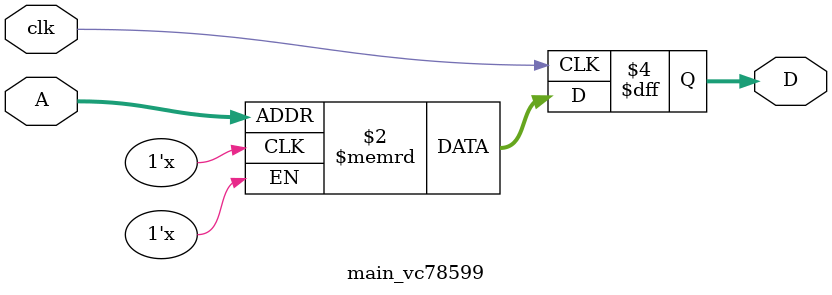
<source format=v>

`default_nettype none

module main #(
 parameter v03c634 = 9,
 parameter v3d07ba = 0,
 parameter v1bb386 = 0,
 parameter v2d3cb8 = 1,
 parameter v7cb1a2 = 5,
 parameter v4381cb = 100,
 parameter v2a0a3f = 15,
 parameter v174b86 = 4095,
 parameter vd3aaba = -4095,
 parameter v6f325e = "v6f325e.list"
) (
 input v368dc3,
 input ve71a3c,
 input va20dc5,
 input v629abd,
 input va83638,
 input v764ae6,
 input vclk,
 output v4b62fd,
 output v0c4498,
 output v74ab9d,
 output vb7ae1c,
 output vb96364,
 output ve6e8ca,
 output vd93e69,
 output v69e493,
 output v4cfd20,
 output vb469f3
);
 localparam p0 = v7cb1a2;
 localparam p2 = v4381cb;
 localparam p5 = v3d07ba;
 localparam p6 = v03c634;
 localparam p7 = v1bb386;
 localparam p8 = v2a0a3f;
 localparam p16 = v174b86;
 localparam p19 = vd3aaba;
 localparam p21 = v6f325e;
 localparam p32 = v2d3cb8;
 wire w1;
 wire w3;
 wire w4;
 wire [0:15] w9;
 wire [0:15] w10;
 wire [0:15] w11;
 wire w12;
 wire w13;
 wire [0:15] w14;
 wire w15;
 wire [0:15] w17;
 wire [0:15] w18;
 wire [0:15] w20;
 wire [0:3] w22;
 wire w23;
 wire w24;
 wire w25;
 wire w26;
 wire w27;
 wire w28;
 wire w29;
 wire w30;
 wire w31;
 wire w33;
 wire w34;
 wire w35;
 wire [0:15] w36;
 wire w37;
 wire w38;
 wire w39;
 wire w40;
 wire w41;
 wire [0:7] w42;
 wire w43;
 assign v0c4498 = w13;
 assign v74ab9d = w23;
 assign vb7ae1c = w24;
 assign vb96364 = w25;
 assign ve6e8ca = w26;
 assign vd93e69 = w27;
 assign v69e493 = w28;
 assign v4cfd20 = w29;
 assign v4b62fd = w31;
 assign w34 = v368dc3;
 assign vb469f3 = w35;
 assign w37 = ve71a3c;
 assign w38 = va20dc5;
 assign w39 = v629abd;
 assign w40 = va83638;
 assign w41 = v764ae6;
 assign w43 = vclk;
 assign w14 = w9;
 assign w15 = w13;
 assign w30 = w1;
 assign w31 = w12;
 assign w33 = w4;
 main_v6e4b35 #(
  .N(p0)
 ) v6e4b35 (
  .clk_out(w3),
  .clk_in(w4)
 );
 main_vdb0040 #(
  .N(p2)
 ) vdb0040 (
  .clk_out(w1),
  .clk_in(w3)
 );
 ve2b7eb #(
  .vecb3d5(p5),
  .ve58c06(p6),
  .v204bed(p7)
 ) ve3c290 (
  .v3ead5b(w4),
  .v328508(w43)
 );
 v2dfa72 v3b78d3 (
  .vdb3006(w9),
  .v2ba137(w10),
  .v356dbf(w36)
 );
 v625333 #(
  .vaf1d6e(p8)
 ) vcc6fa1 (
  .vb6a5b5(w9),
  .v7ff276(w12)
 );
 v2dfa72 v698310 (
  .vdb3006(w11),
  .v2ba137(w14),
  .v356dbf(w18)
 );
 v6bd4c0 ve5834d (
  .v3f90b8(w10),
  .vc320da(w11),
  .v6dda25(w33)
 );
 v96f098 vac33ad (
  .v0e28cb(w12),
  .vcbab45(w13)
 );
 v1f5ce5 v7981d5 (
  .v2d3366(w15),
  .v17f43d(w17),
  .ve0f053(w18),
  .v0792df(w20)
 );
 v34688e #(
  .vc5c8ea(p16)
 ) v601465 (
  .v366f99(w17)
 );
 v34688e #(
  .vc5c8ea(p19)
 ) vd450d3 (
  .v366f99(w20)
 );
 main_vb22799 vb22799 (
  .clk_in(w1),
  .out(w22)
 );
 main_vc78599 #(
  .ROMFILE(p21)
 ) vc78599 (
  .A(w22),
  .clk(w30)
 );
 vbc6704 vce5153 (
  .vc85478(w23),
  .v7ada3f(w24),
  .v2c9812(w25),
  .ve0c1b4(w26),
  .v7c37b3(w27),
  .v8f149e(w28),
  .vb85197(w29),
  .v45ab8c(w35),
  .v595263(w42)
 );
 v5ad97e #(
  .vc5c8ea(p32)
 ) v5fd738 (
 
 );
 v8e5461 v60d7e1 (
  .v261cbf(w34),
  .v90f223(w36),
  .vff4755(w37),
  .v563b03(w38)
 );
 v8dd0ad v590a69 (
  .vd2b237(w39),
  .vcb13fe(w40),
  .v7c48af(w41),
  .ve13d67(w42)
 );
endmodule

//---- Top entity
module ve2b7eb #(
 parameter ve58c06 = 0,
 parameter vecb3d5 = 79,
 parameter v204bed = 4,
 parameter vd29ea2 = 1,
 parameter v16d365 = "SIMPLE"
) (
 input v328508,
 output vdbfa46,
 output v3ead5b,
 output v333bf4
);
 localparam p0 = ve58c06;
 localparam p1 = vecb3d5;
 localparam p2 = v204bed;
 localparam p3 = vd29ea2;
 localparam p4 = v16d365;
 wire w5;
 wire w6;
 wire w7;
 wire w8;
 wire w9;
 wire w10;
 assign vdbfa46 = w7;
 assign v3ead5b = w8;
 assign v333bf4 = w9;
 assign w10 = v328508;
 vc83dcd va0dc84 (
  .v608bd9(w5)
 );
 vc4dd08 vda5929 (
  .v608bd9(w6)
 );
 ve2b7eb_vd4bd9d #(
  .DIVR(p0),
  .DIVF(p1),
  .DIVQ(p2),
  .FILTER_RANGE(p3),
  .FEEDBACK_PATH(p4)
 ) vd4bd9d (
  .RESETB(w5),
  .BYPASS(w6),
  .PLLOUTGLOBAL(w7),
  .PLLOUTCORE(w8),
  .LOCK(w9),
  .PACKAGEPIN(w10)
 );
endmodule

//---------------------------------------------------
//-- PLL40_PAD
//-- - - - - - - - - - - - - - - - - - - - - - - - --
//-- SB_PLL40_PAD
//---------------------------------------------------

module ve2b7eb_vd4bd9d #(
 parameter DIVR = 0,
 parameter DIVF = 0,
 parameter DIVQ = 0,
 parameter FILTER_RANGE = 0,
 parameter FEEDBACK_PATH = 0
) (
 input PACKAGEPIN,
 input RESETB,
 input BYPASS,
 output PLLOUTGLOBAL,
 output PLLOUTCORE,
 output LOCK
);
 SB_PLL40_PAD #(
 		.FEEDBACK_PATH("SIMPLE"),
 		.DIVR(DIVR),		// DIVR =  0
 		.DIVF(DIVF),	// DIVF = 79
 		.DIVQ(DIVQ),		// DIVQ =  4
 		.FILTER_RANGE(FILTER_RANGE)	// FILTER_RANGE = 1
 	) uut (
 		.LOCK(LOCK),
 		.RESETB(RESETB),
 		.BYPASS(BYPASS),
 		.PACKAGEPIN(PACKAGEPIN),
 		.PLLOUTCORE(PLLOUTCORE),
 		.PLLOUTGLOBAL(PLLOUTGLOBAL)
 		);
endmodule
//---- Top entity
module vc83dcd (
 output v608bd9
);
 wire w0;
 assign v608bd9 = w0;
 vc83dcd_v68c173 v68c173 (
  .v(w0)
 );
endmodule

//---------------------------------------------------
//-- Bit 1
//-- - - - - - - - - - - - - - - - - - - - - - - - --
//-- Assign 1 to the output wire
//---------------------------------------------------

module vc83dcd_v68c173 (
 output v
);
 // Bit 1
 
 assign v = 1'b1;
endmodule
//---- Top entity
module vc4dd08 (
 output v608bd9
);
 wire w0;
 assign v608bd9 = w0;
 vc4dd08_v68c173 v68c173 (
  .v(w0)
 );
endmodule

//---------------------------------------------------
//-- Bit 0
//-- - - - - - - - - - - - - - - - - - - - - - - - --
//-- Assign 0 to the output wire
//---------------------------------------------------

module vc4dd08_v68c173 (
 output v
);
 // Bit 0
 
 assign v = 1'b0;
endmodule
//---- Top entity
module v2dfa72 #(
 parameter v52d4a9 = 16
) (
 input [15:0] v356dbf,
 input [15:0] v2ba137,
 output [15:0] vdb3006,
 output vfeefc7,
 output v0f5b9c
);
 localparam p5 = v52d4a9;
 wire [0:15] w0;
 wire [0:15] w1;
 wire w2;
 wire w3;
 wire [0:15] w4;
 assign w0 = v356dbf;
 assign w1 = v2ba137;
 assign vfeefc7 = w2;
 assign v0f5b9c = w3;
 assign vdb3006 = w4;
 v2dfa72_ve6b254 #(
  .N(p5)
 ) ve6b254 (
  .a(w0),
  .b(w1),
  .clipMaxInt(w2),
  .clipMinInt(w3),
  .y(w4)
 );
endmodule

//---------------------------------------------------
//-- add_int16_sat
//-- - - - - - - - - - - - - - - - - - - - - - - - --
//-- 16 bits signed integer add with minint,maxint saturation
//---------------------------------------------------

module v2dfa72_ve6b254 #(
 parameter N = 0
) (
 input [15:0] a,
 input [15:0] b,
 output [15:0] y,
 output clipMaxInt,
 output clipMinInt
);
 // y = a + b;  signed N bits integers, coerce sum y in [-32768..32767 range]
 
 localparam N_M1 = N - 1;
   
 wire signed [N:0] Sum_N_P1_bits;
 wire y_less_than_MININT;
 wire y_more_than_MAXINT;
 
 wire signed [N_M1:0] MININT = {1'b1,{N_M1{1'b0}}};
 wire signed [N_M1:0] MAXINT = {1'b0,{N_M1{1'b1}}};
 
 assign Sum_N_P1_bits = $signed(a) + $signed(b);
 assign y_less_than_MININT = Sum_N_P1_bits[N:N_M1] == 2'b10;
 assign y_more_than_MAXINT = Sum_N_P1_bits[N:N_M1] == 2'b01;
 
 assign y = y_less_than_MININT ? MININT : y_more_than_MAXINT ? MAXINT : Sum_N_P1_bits[N_M1:0];
 
endmodule
//---- Top entity
module v625333 #(
 parameter vaf1d6e = 0
) (
 input [15:0] vb6a5b5,
 output v7ff276
);
 localparam p0 = vaf1d6e;
 wire w1;
 wire [0:15] w2;
 assign v7ff276 = w1;
 assign w2 = vb6a5b5;
 v625333_vd80544 #(
  .BIT(p0)
 ) vd80544 (
  .o(w1),
  .i(w2)
 );
endmodule

//---------------------------------------------------
//-- Extract-1-bit-16bit-bus
//-- - - - - - - - - - - - - - - - - - - - - - - - --
//-- Extractor de 1 bit de un bus de 16 bits
//---------------------------------------------------

module v625333_vd80544 #(
 parameter BIT = 0
) (
 input [15:0] i,
 output o
);
 assign o = i[BIT];
endmodule
//---- Top entity
module v6bd4c0 (
 input v6dda25,
 input [15:0] vc320da,
 output [15:0] v3f90b8
);
 wire [0:15] w0;
 wire [0:15] w1;
 wire [0:3] w2;
 wire [0:3] w3;
 wire [0:3] w4;
 wire [0:3] w5;
 wire [0:3] w6;
 wire [0:3] w7;
 wire [0:3] w8;
 wire [0:3] w9;
 wire w10;
 wire w11;
 wire w12;
 wire w13;
 assign w0 = vc320da;
 assign v3f90b8 = w1;
 assign w10 = v6dda25;
 assign w11 = v6dda25;
 assign w12 = v6dda25;
 assign w13 = v6dda25;
 assign w11 = w10;
 assign w12 = w10;
 assign w12 = w11;
 assign w13 = w10;
 assign w13 = w11;
 assign w13 = w12;
 v852bc8 vd47660 (
  .v91b9c1(w0),
  .v527ffb(w2),
  .v71a717(w3),
  .v0b337e(w4),
  .vfc89f9(w5)
 );
 v401a28 v3ef916 (
  .v14a530(w1),
  .vcc76e8(w6),
  .vd531e6(w7),
  .v7ef7d6(w8),
  .v1447f2(w9)
 );
 vc12f0f vd70fdb (
  .v7c67e1(w5),
  .vf6ad19(w9),
  .v6dda25(w10)
 );
 vc12f0f v8c7a79 (
  .v7c67e1(w4),
  .vf6ad19(w8),
  .v6dda25(w11)
 );
 vc12f0f v132776 (
  .v7c67e1(w3),
  .vf6ad19(w7),
  .v6dda25(w12)
 );
 vc12f0f v1937e6 (
  .v7c67e1(w2),
  .vf6ad19(w6),
  .v6dda25(w13)
 );
endmodule

//---------------------------------------------------
//-- DFF-x16
//-- - - - - - - - - - - - - - - - - - - - - - - - --
//-- DFF-x16: 16 D flip-flops in paralell
//---------------------------------------------------
//---- Top entity
module v852bc8 (
 input [15:0] v91b9c1,
 output [3:0] vfc89f9,
 output [3:0] v0b337e,
 output [3:0] v71a717,
 output [3:0] v527ffb
);
 wire [0:15] w0;
 wire [0:3] w1;
 wire [0:3] w2;
 wire [0:3] w3;
 wire [0:3] w4;
 assign w0 = v91b9c1;
 assign v527ffb = w1;
 assign v71a717 = w2;
 assign v0b337e = w3;
 assign vfc89f9 = w4;
 v852bc8_v9a2a06 v9a2a06 (
  .i(w0),
  .o0(w1),
  .o1(w2),
  .o2(w3),
  .o3(w4)
 );
endmodule

//---------------------------------------------------
//-- Bus16-Split-quarter
//-- - - - - - - - - - - - - - - - - - - - - - - - --
//-- Bus16-Split-quarter: Split the 16-bits bus into four buses of the same size
//---------------------------------------------------

module v852bc8_v9a2a06 (
 input [15:0] i,
 output [3:0] o3,
 output [3:0] o2,
 output [3:0] o1,
 output [3:0] o0
);
 assign o3 = i[15:12];
 assign o2 = i[11:8];
 assign o1 = i[7:4];
 assign o0 = i[3:0];
endmodule
//---- Top entity
module v401a28 (
 input [3:0] v1447f2,
 input [3:0] v7ef7d6,
 input [3:0] vd531e6,
 input [3:0] vcc76e8,
 output [15:0] v14a530
);
 wire [0:15] w0;
 wire [0:3] w1;
 wire [0:3] w2;
 wire [0:3] w3;
 wire [0:3] w4;
 assign v14a530 = w0;
 assign w1 = vcc76e8;
 assign w2 = vd531e6;
 assign w3 = v7ef7d6;
 assign w4 = v1447f2;
 v401a28_v9a2a06 v9a2a06 (
  .o(w0),
  .i0(w1),
  .i1(w2),
  .i2(w3),
  .i3(w4)
 );
endmodule

//---------------------------------------------------
//-- Bus16-Join-quarter
//-- - - - - - - - - - - - - - - - - - - - - - - - --
//-- Bus16-Join-quarter: Join the four same buses into an 16-bits Bus
//---------------------------------------------------

module v401a28_v9a2a06 (
 input [3:0] i3,
 input [3:0] i2,
 input [3:0] i1,
 input [3:0] i0,
 output [15:0] o
);
 assign o = {i3, i2, i1, i0};
 
endmodule
//---- Top entity
module vc12f0f (
 input v6dda25,
 input [3:0] v7c67e1,
 output [3:0] vf6ad19
);
 wire w0;
 wire w1;
 wire w2;
 wire w3;
 wire w4;
 wire w5;
 wire [0:3] w6;
 wire [0:3] w7;
 wire w8;
 wire w9;
 wire w10;
 wire w11;
 wire w12;
 wire w13;
 assign w6 = v7c67e1;
 assign vf6ad19 = w7;
 assign w10 = v6dda25;
 assign w11 = v6dda25;
 assign w12 = v6dda25;
 assign w13 = v6dda25;
 assign w11 = w10;
 assign w12 = w10;
 assign w12 = w11;
 assign w13 = w10;
 assign w13 = w11;
 assign w13 = w12;
 vc4f23a v390ed9 (
  .v3f8943(w0),
  .v64d863(w1),
  .vda577d(w4),
  .v985fcb(w6),
  .v4f1fd3(w8)
 );
 v84f0a1 v0e8f25 (
  .v03aaf0(w2),
  .vee8a83(w3),
  .vf8041d(w5),
  .v11bca5(w7),
  .vd84a57(w9)
 );
 v053dc2 vb95ccb (
  .vf54559(w1),
  .ve8318d(w2),
  .va4102a(w13)
 );
 v053dc2 v736168 (
  .vf54559(w0),
  .ve8318d(w3),
  .va4102a(w12)
 );
 v053dc2 ve8ed3a (
  .vf54559(w4),
  .ve8318d(w5),
  .va4102a(w11)
 );
 v053dc2 vbdfdbf (
  .vf54559(w8),
  .ve8318d(w9),
  .va4102a(w10)
 );
endmodule

//---------------------------------------------------
//-- DFF-x04
//-- - - - - - - - - - - - - - - - - - - - - - - - --
//-- DFF-04: Three D flip-flops in paralell
//---------------------------------------------------
//---- Top entity
module vc4f23a (
 input [3:0] v985fcb,
 output v4f1fd3,
 output vda577d,
 output v3f8943,
 output v64d863
);
 wire w0;
 wire w1;
 wire w2;
 wire w3;
 wire [0:3] w4;
 assign v3f8943 = w0;
 assign v64d863 = w1;
 assign vda577d = w2;
 assign v4f1fd3 = w3;
 assign w4 = v985fcb;
 vc4f23a_v9a2a06 v9a2a06 (
  .o1(w0),
  .o0(w1),
  .o2(w2),
  .o3(w3),
  .i(w4)
 );
endmodule

//---------------------------------------------------
//-- Bus4-Split-all
//-- - - - - - - - - - - - - - - - - - - - - - - - --
//-- Bus4-Split-all: Split the 4-bits bus into its wires
//---------------------------------------------------

module vc4f23a_v9a2a06 (
 input [3:0] i,
 output o3,
 output o2,
 output o1,
 output o0
);
 assign o3 = i[3];
 assign o2 = i[2];
 assign o1 = i[1];
 assign o0 = i[0];
endmodule
//---- Top entity
module v84f0a1 (
 input vd84a57,
 input vf8041d,
 input vee8a83,
 input v03aaf0,
 output [3:0] v11bca5
);
 wire w0;
 wire w1;
 wire w2;
 wire w3;
 wire [0:3] w4;
 assign w0 = vee8a83;
 assign w1 = v03aaf0;
 assign w2 = vf8041d;
 assign w3 = vd84a57;
 assign v11bca5 = w4;
 v84f0a1_v9a2a06 v9a2a06 (
  .i1(w0),
  .i0(w1),
  .i2(w2),
  .i3(w3),
  .o(w4)
 );
endmodule

//---------------------------------------------------
//-- Bus4-Join-all
//-- - - - - - - - - - - - - - - - - - - - - - - - --
//-- Bus4-Join-all: Join all the wires into a 4-bits Bus
//---------------------------------------------------

module v84f0a1_v9a2a06 (
 input i3,
 input i2,
 input i1,
 input i0,
 output [3:0] o
);
 assign o = {i3, i2, i1, i0};
 
endmodule
//---- Top entity
module v053dc2 #(
 parameter v71e305 = 0
) (
 input va4102a,
 input vf54559,
 output ve8318d
);
 localparam p2 = v71e305;
 wire w0;
 wire w1;
 wire w3;
 assign w0 = va4102a;
 assign ve8318d = w1;
 assign w3 = vf54559;
 v053dc2_vb8adf8 #(
  .INI(p2)
 ) vb8adf8 (
  .clk(w0),
  .q(w1),
  .d(w3)
 );
endmodule

//---------------------------------------------------
//-- DFF
//-- - - - - - - - - - - - - - - - - - - - - - - - --
//-- D Flip-flop (verilog implementation)
//---------------------------------------------------

module v053dc2_vb8adf8 #(
 parameter INI = 0
) (
 input clk,
 input d,
 output q
);
 //-- Initial value
 reg q = INI;
 
 //-- Capture the input data  
 //-- on the rising edge of  
 //-- the system clock
 always @(posedge clk)
   q <= d;
endmodule
//---- Top entity
module v96f098 (
 input v0e28cb,
 output vcbab45
);
 wire w0;
 wire w1;
 assign w0 = v0e28cb;
 assign vcbab45 = w1;
 v96f098_vd54ca1 vd54ca1 (
  .a(w0),
  .c(w1)
 );
endmodule

//---------------------------------------------------
//-- NOT
//-- - - - - - - - - - - - - - - - - - - - - - - - --
//-- NOT logic gate
//---------------------------------------------------

module v96f098_vd54ca1 (
 input a,
 output c
);
 // NOT logic gate
 
 assign c = ~ a;
endmodule
//---- Top entity
module v1f5ce5 (
 input [15:0] v0792df,
 input [15:0] v17f43d,
 input v2d3366,
 output [15:0] ve0f053
);
 wire [0:7] w0;
 wire [0:15] w1;
 wire [0:15] w2;
 wire [0:7] w3;
 wire [0:15] w4;
 wire [0:7] w5;
 wire [0:7] w6;
 wire [0:7] w7;
 wire w8;
 wire w9;
 wire [0:7] w10;
 assign w1 = v17f43d;
 assign w2 = v0792df;
 assign ve0f053 = w4;
 assign w8 = v2d3366;
 assign w9 = v2d3366;
 assign w9 = w8;
 v1bbb5b v41cfb0 (
  .v9d2a6a(w0),
  .v2a1cbe(w7),
  .v2d3366(w9),
  .v9d7ae8(w10)
 );
 v306ca3 ve04806 (
  .v91b9c1(w1),
  .vef5eee(w6),
  .vd3ef3b(w10)
 );
 v306ca3 v4549dd (
  .v91b9c1(w2),
  .vef5eee(w5),
  .vd3ef3b(w7)
 );
 v1bbb5b vf7893e (
  .v9d2a6a(w3),
  .v2a1cbe(w5),
  .v9d7ae8(w6),
  .v2d3366(w8)
 );
 v8cc49c v5ec84b (
  .v2b8a97(w0),
  .vb334ae(w3),
  .v14a530(w4)
 );
endmodule

//---------------------------------------------------
//-- 16-bits-Mux-2-1
//-- - - - - - - - - - - - - - - - - - - - - - - - --
//-- 2-to-1 Multplexer (16-bit channels)
//---------------------------------------------------
//---- Top entity
module v1bbb5b (
 input [7:0] v2a1cbe,
 input [7:0] v9d7ae8,
 input v2d3366,
 output [7:0] v9d2a6a
);
 wire [0:3] w0;
 wire [0:7] w1;
 wire [0:7] w2;
 wire [0:7] w3;
 wire [0:3] w4;
 wire [0:3] w5;
 wire [0:3] w6;
 wire [0:3] w7;
 wire w8;
 wire w9;
 wire [0:3] w10;
 assign v9d2a6a = w1;
 assign w2 = v2a1cbe;
 assign w3 = v9d7ae8;
 assign w8 = v2d3366;
 assign w9 = v2d3366;
 assign w9 = w8;
 v952eda v54aed2 (
  .v6833fd(w0),
  .v54ac99(w7),
  .v2d3366(w9),
  .ve2616d(w10)
 );
 vafb28f v117a88 (
  .v3c88fc(w0),
  .va9ac17(w1),
  .v515fe7(w4)
 );
 v6bdcd9 v9f32ae (
  .vcc8c7c(w2),
  .v651522(w5),
  .v2cc41f(w7)
 );
 v6bdcd9 v9881c7 (
  .vcc8c7c(w3),
  .v651522(w6),
  .v2cc41f(w10)
 );
 v952eda v34a43a (
  .v6833fd(w4),
  .v54ac99(w5),
  .ve2616d(w6),
  .v2d3366(w8)
 );
endmodule

//---------------------------------------------------
//-- 8-bits-Mux-2-1
//-- - - - - - - - - - - - - - - - - - - - - - - - --
//-- 2-to-1 Multplexer (8-bit channels)
//---------------------------------------------------
//---- Top entity
module v952eda (
 input [3:0] v54ac99,
 input [3:0] ve2616d,
 input v2d3366,
 output [3:0] v6833fd
);
 wire w0;
 wire w1;
 wire w2;
 wire [0:3] w3;
 wire w4;
 wire [0:3] w5;
 wire [0:3] w6;
 wire w7;
 wire w8;
 wire w9;
 wire w10;
 wire w11;
 wire w12;
 wire w13;
 wire w14;
 wire w15;
 wire w16;
 wire w17;
 wire w18;
 assign v6833fd = w3;
 assign w5 = ve2616d;
 assign w6 = v54ac99;
 assign w9 = v2d3366;
 assign w10 = v2d3366;
 assign w11 = v2d3366;
 assign w12 = v2d3366;
 assign w10 = w9;
 assign w11 = w9;
 assign w11 = w10;
 assign w12 = w9;
 assign w12 = w10;
 assign w12 = w11;
 vd0c4e5 v6d94c9 (
  .v030ad0(w0),
  .v2d3366(w11),
  .v27dec4(w15),
  .vb192d0(w17)
 );
 vd0c4e5 vebe465 (
  .v030ad0(w1),
  .v2d3366(w12),
  .v27dec4(w16),
  .vb192d0(w18)
 );
 vd0c4e5 ve1c21f (
  .v030ad0(w2),
  .v2d3366(w10),
  .v27dec4(w13),
  .vb192d0(w14)
 );
 v84f0a1 va44bdf (
  .vee8a83(w0),
  .v03aaf0(w1),
  .vf8041d(w2),
  .v11bca5(w3),
  .vd84a57(w4)
 );
 vd0c4e5 v2ebff3 (
  .v030ad0(w4),
  .v27dec4(w7),
  .vb192d0(w8),
  .v2d3366(w9)
 );
 vc4f23a v3c3a57 (
  .v985fcb(w5),
  .v4f1fd3(w8),
  .vda577d(w14),
  .v3f8943(w17),
  .v64d863(w18)
 );
 vc4f23a vd6d480 (
  .v985fcb(w6),
  .v4f1fd3(w7),
  .vda577d(w13),
  .v3f8943(w15),
  .v64d863(w16)
 );
endmodule

//---------------------------------------------------
//-- 4-bits-Mux-2-1
//-- - - - - - - - - - - - - - - - - - - - - - - - --
//-- 2-to-1 Multplexer (4-bit channels)
//---------------------------------------------------
//---- Top entity
module vd0c4e5 (
 input v27dec4,
 input vb192d0,
 input v2d3366,
 output v030ad0
);
 wire w0;
 wire w1;
 wire w2;
 wire w3;
 wire w4;
 wire w5;
 wire w6;
 wire w7;
 assign v030ad0 = w0;
 assign w2 = v2d3366;
 assign w3 = v2d3366;
 assign w6 = v27dec4;
 assign w7 = vb192d0;
 assign w3 = w2;
 v873425 vaaee1f (
  .vcbab45(w0),
  .v0e28cb(w1),
  .v3ca442(w4)
 );
 vba518e v569873 (
  .vcbab45(w1),
  .v3ca442(w2),
  .v0e28cb(w6)
 );
 v3676a0 v1f00ae (
  .v0e28cb(w3),
  .vcbab45(w5)
 );
 vba518e vc8527f (
  .vcbab45(w4),
  .v3ca442(w5),
  .v0e28cb(w7)
 );
endmodule

//---------------------------------------------------
//-- Mux-2-1
//-- - - - - - - - - - - - - - - - - - - - - - - - --
//-- 2-to-1 Multplexer (1-bit channels)
//---------------------------------------------------
//---- Top entity
module v873425 (
 input v0e28cb,
 input v3ca442,
 output vcbab45
);
 wire w0;
 wire w1;
 wire w2;
 assign w0 = v0e28cb;
 assign w1 = v3ca442;
 assign vcbab45 = w2;
 v873425_vf4938a vf4938a (
  .a(w0),
  .b(w1),
  .c(w2)
 );
endmodule

//---------------------------------------------------
//-- OR2
//-- - - - - - - - - - - - - - - - - - - - - - - - --
//-- OR2: Two bits input OR gate
//---------------------------------------------------

module v873425_vf4938a (
 input a,
 input b,
 output c
);
 //-- OR Gate
 //-- Verilog implementation
 
 assign c = a | b;
 
 
endmodule
//---- Top entity
module vba518e (
 input v0e28cb,
 input v3ca442,
 output vcbab45
);
 wire w0;
 wire w1;
 wire w2;
 assign w0 = v0e28cb;
 assign w1 = v3ca442;
 assign vcbab45 = w2;
 vba518e_vf4938a vf4938a (
  .a(w0),
  .b(w1),
  .c(w2)
 );
endmodule

//---------------------------------------------------
//-- AND2
//-- - - - - - - - - - - - - - - - - - - - - - - - --
//-- Two bits input And gate
//---------------------------------------------------

module vba518e_vf4938a (
 input a,
 input b,
 output c
);
 //-- AND gate
 //-- Verilog implementation
 
 assign c = a & b;
 
endmodule
//---- Top entity
module v3676a0 (
 input v0e28cb,
 output vcbab45
);
 wire w0;
 wire w1;
 assign w0 = v0e28cb;
 assign vcbab45 = w1;
 v3676a0_vd54ca1 vd54ca1 (
  .a(w0),
  .q(w1)
 );
endmodule

//---------------------------------------------------
//-- NOT
//-- - - - - - - - - - - - - - - - - - - - - - - - --
//-- NOT gate (Verilog implementation)
//---------------------------------------------------

module v3676a0_vd54ca1 (
 input a,
 output q
);
 //-- NOT Gate
 assign q = ~a;
 
 
endmodule
//---- Top entity
module vafb28f (
 input [3:0] v515fe7,
 input [3:0] v3c88fc,
 output [7:0] va9ac17
);
 wire [0:7] w0;
 wire [0:3] w1;
 wire [0:3] w2;
 assign va9ac17 = w0;
 assign w1 = v515fe7;
 assign w2 = v3c88fc;
 vafb28f_v9a2a06 v9a2a06 (
  .o(w0),
  .i1(w1),
  .i0(w2)
 );
endmodule

//---------------------------------------------------
//-- Bus8-Join-half
//-- - - - - - - - - - - - - - - - - - - - - - - - --
//-- Bus8-Join-half: Join the two same halves into an 8-bits Bus
//---------------------------------------------------

module vafb28f_v9a2a06 (
 input [3:0] i1,
 input [3:0] i0,
 output [7:0] o
);
 assign o = {i1, i0};
 
endmodule
//---- Top entity
module v6bdcd9 (
 input [7:0] vcc8c7c,
 output [3:0] v651522,
 output [3:0] v2cc41f
);
 wire [0:3] w0;
 wire [0:3] w1;
 wire [0:7] w2;
 assign v651522 = w0;
 assign v2cc41f = w1;
 assign w2 = vcc8c7c;
 v6bdcd9_v9a2a06 v9a2a06 (
  .o1(w0),
  .o0(w1),
  .i(w2)
 );
endmodule

//---------------------------------------------------
//-- Bus8-Split-half
//-- - - - - - - - - - - - - - - - - - - - - - - - --
//-- Bus8-Split-half: Split the 8-bits bus into two buses of the same size
//---------------------------------------------------

module v6bdcd9_v9a2a06 (
 input [7:0] i,
 output [3:0] o1,
 output [3:0] o0
);
 assign o1 = i[7:4];
 assign o0 = i[3:0];
endmodule
//---- Top entity
module v306ca3 (
 input [15:0] v91b9c1,
 output [7:0] vef5eee,
 output [7:0] vd3ef3b
);
 wire [0:15] w0;
 wire [0:7] w1;
 wire [0:7] w2;
 assign w0 = v91b9c1;
 assign vef5eee = w1;
 assign vd3ef3b = w2;
 v306ca3_v9a2a06 v9a2a06 (
  .i(w0),
  .o1(w1),
  .o0(w2)
 );
endmodule

//---------------------------------------------------
//-- Bus16-Split-half
//-- - - - - - - - - - - - - - - - - - - - - - - - --
//-- Bus16-Split-half: Split the 16-bits bus into two buses of the same size
//---------------------------------------------------

module v306ca3_v9a2a06 (
 input [15:0] i,
 output [7:0] o1,
 output [7:0] o0
);
 assign o1 = i[15:8];
 assign o0 = i[7:0];
endmodule
//---- Top entity
module v8cc49c (
 input [7:0] vb334ae,
 input [7:0] v2b8a97,
 output [15:0] v14a530
);
 wire [0:15] w0;
 wire [0:7] w1;
 wire [0:7] w2;
 assign v14a530 = w0;
 assign w1 = v2b8a97;
 assign w2 = vb334ae;
 v8cc49c_v9a2a06 v9a2a06 (
  .o(w0),
  .i0(w1),
  .i1(w2)
 );
endmodule

//---------------------------------------------------
//-- Bus16-Join-half
//-- - - - - - - - - - - - - - - - - - - - - - - - --
//-- Bus16-Join-half: Join the two same halves into an 16-bits Bus
//---------------------------------------------------

module v8cc49c_v9a2a06 (
 input [7:0] i1,
 input [7:0] i0,
 output [15:0] o
);
 assign o = {i1, i0};
 
endmodule
//---- Top entity
module v34688e #(
 parameter vc5c8ea = 0
) (
 output [15:0] v366f99
);
 localparam p0 = vc5c8ea;
 wire [0:15] w1;
 assign v366f99 = w1;
 v34688e_v465065 #(
  .VALUE(p0)
 ) v465065 (
  .k(w1)
 );
endmodule

//---------------------------------------------------
//-- Constante-16bits
//-- - - - - - - - - - - - - - - - - - - - - - - - --
//-- Valor genérico constante, de 16 bits. Su valor se introduce como parámetro. Por defecto vale 0
//---------------------------------------------------

module v34688e_v465065 #(
 parameter VALUE = 0
) (
 output [15:0] k
);
 assign k = VALUE;
endmodule
//---- Top entity
module vbc6704 (
 input [7:0] v595263,
 output vc85478,
 output v7ada3f,
 output v2c9812,
 output ve0c1b4,
 output v7c37b3,
 output v8f149e,
 output vb85197,
 output v45ab8c
);
 wire [0:7] w0;
 wire w1;
 wire w2;
 wire w3;
 wire w4;
 wire w5;
 wire w6;
 wire w7;
 wire w8;
 assign w0 = v595263;
 assign vc85478 = w1;
 assign v7ada3f = w2;
 assign v2c9812 = w3;
 assign ve0c1b4 = w4;
 assign v7c37b3 = w5;
 assign v8f149e = w6;
 assign vb85197 = w7;
 assign v45ab8c = w8;
 vbc6704_v9a2a06 v9a2a06 (
  .i(w0),
  .o7(w1),
  .o6(w2),
  .o5(w3),
  .o4(w4),
  .o3(w5),
  .o2(w6),
  .o1(w7),
  .o0(w8)
 );
endmodule

//---------------------------------------------------
//-- Separador-bus
//-- - - - - - - - - - - - - - - - - - - - - - - - --
//-- Separador de bus de 8-bits en 8 cables
//---------------------------------------------------

module vbc6704_v9a2a06 (
 input [7:0] i,
 output o7,
 output o6,
 output o5,
 output o4,
 output o3,
 output o2,
 output o1,
 output o0
);
 assign o7 = i[7];
 assign o6 = i[6];
 assign o5 = i[5];
 assign o4 = i[4];
 assign o3 = i[3];
 assign o2 = i[2];
 assign o1 = i[1];
 assign o0 = i[0];
endmodule
//---- Top entity
module v5ad97e #(
 parameter vc5c8ea = 0
) (
 output [7:0] v26dbdb
);
 localparam p0 = vc5c8ea;
 wire [0:7] w1;
 assign v26dbdb = w1;
 v5ad97e_v465065 #(
  .VALUE(p0)
 ) v465065 (
  .k(w1)
 );
endmodule

//---------------------------------------------------
//-- Constante-8bits
//-- - - - - - - - - - - - - - - - - - - - - - - - --
//-- Valor genérico constante, de 8 bits. Su valor se introduce como parámetro. Por defecto vale 0
//---------------------------------------------------

module v5ad97e_v465065 #(
 parameter VALUE = 0
) (
 output [7:0] k
);
 assign k = VALUE;
endmodule
//---- Top entity
module v8e5461 (
 input v261cbf,
 input vff4755,
 input v563b03,
 output [15:0] v90f223,
 output [15:0] v093fb5
);
 wire w0;
 wire w1;
 wire w2;
 wire w3;
 wire w4;
 wire w5;
 wire w6;
 wire w7;
 wire w8;
 wire w9;
 wire w10;
 wire w11;
 wire w12;
 wire w13;
 wire w14;
 wire w15;
 wire w16;
 wire w17;
 wire w18;
 wire w19;
 wire w20;
 wire w21;
 wire w22;
 wire w23;
 wire w24;
 wire w25;
 wire w26;
 wire w27;
 wire w28;
 wire w29;
 wire w30;
 wire w31;
 wire w32;
 wire w33;
 wire w34;
 wire w35;
 wire w36;
 wire w37;
 wire w38;
 wire w39;
 wire w40;
 wire w41;
 wire w42;
 wire w43;
 wire w44;
 wire w45;
 wire w46;
 wire w47;
 wire w48;
 wire w49;
 wire w50;
 wire w51;
 wire w52;
 wire w53;
 wire w54;
 wire w55;
 wire w56;
 wire w57;
 wire w58;
 wire w59;
 wire w60;
 wire w61;
 wire w62;
 wire w63;
 wire w64;
 wire w65;
 wire w66;
 wire w67;
 wire [0:7] w68;
 wire [0:7] w69;
 wire w70;
 wire w71;
 wire w72;
 wire w73;
 wire w74;
 wire w75;
 wire w76;
 wire w77;
 wire w78;
 wire w79;
 wire w80;
 wire w81;
 wire w82;
 wire w83;
 wire w84;
 wire w85;
 wire w86;
 wire [0:7] w87;
 wire w88;
 wire [0:7] w89;
 wire w90;
 wire w91;
 wire w92;
 wire w93;
 wire w94;
 wire [0:15] w95;
 wire [0:7] w96;
 wire [0:7] w97;
 wire [0:15] w98;
 wire [0:7] w99;
 wire [0:7] w100;
 assign w0 = vff4755;
 assign w1 = vff4755;
 assign w2 = vff4755;
 assign w4 = vff4755;
 assign w6 = vff4755;
 assign w8 = vff4755;
 assign w10 = vff4755;
 assign w12 = vff4755;
 assign w14 = vff4755;
 assign w16 = vff4755;
 assign w18 = vff4755;
 assign w20 = vff4755;
 assign w22 = vff4755;
 assign w24 = vff4755;
 assign w26 = vff4755;
 assign w28 = vff4755;
 assign w30 = vff4755;
 assign w32 = vff4755;
 assign w33 = vff4755;
 assign w34 = v563b03;
 assign w36 = vff4755;
 assign w38 = vff4755;
 assign w40 = vff4755;
 assign w42 = vff4755;
 assign w44 = vff4755;
 assign w46 = vff4755;
 assign w48 = vff4755;
 assign w50 = vff4755;
 assign w52 = vff4755;
 assign w54 = vff4755;
 assign w56 = vff4755;
 assign w58 = vff4755;
 assign w60 = vff4755;
 assign w63 = vff4755;
 assign w66 = v261cbf;
 assign w67 = vff4755;
 assign w86 = vff4755;
 assign w88 = vff4755;
 assign w92 = vff4755;
 assign w94 = v261cbf;
 assign v90f223 = w95;
 assign v093fb5 = w98;
 assign w1 = w0;
 assign w2 = w0;
 assign w2 = w1;
 assign w4 = w0;
 assign w4 = w1;
 assign w4 = w2;
 assign w6 = w0;
 assign w6 = w1;
 assign w6 = w2;
 assign w6 = w4;
 assign w8 = w0;
 assign w8 = w1;
 assign w8 = w2;
 assign w8 = w4;
 assign w8 = w6;
 assign w10 = w0;
 assign w10 = w1;
 assign w10 = w2;
 assign w10 = w4;
 assign w10 = w6;
 assign w10 = w8;
 assign w12 = w0;
 assign w12 = w1;
 assign w12 = w2;
 assign w12 = w4;
 assign w12 = w6;
 assign w12 = w8;
 assign w12 = w10;
 assign w14 = w0;
 assign w14 = w1;
 assign w14 = w2;
 assign w14 = w4;
 assign w14 = w6;
 assign w14 = w8;
 assign w14 = w10;
 assign w14 = w12;
 assign w16 = w0;
 assign w16 = w1;
 assign w16 = w2;
 assign w16 = w4;
 assign w16 = w6;
 assign w16 = w8;
 assign w16 = w10;
 assign w16 = w12;
 assign w16 = w14;
 assign w18 = w0;
 assign w18 = w1;
 assign w18 = w2;
 assign w18 = w4;
 assign w18 = w6;
 assign w18 = w8;
 assign w18 = w10;
 assign w18 = w12;
 assign w18 = w14;
 assign w18 = w16;
 assign w20 = w0;
 assign w20 = w1;
 assign w20 = w2;
 assign w20 = w4;
 assign w20 = w6;
 assign w20 = w8;
 assign w20 = w10;
 assign w20 = w12;
 assign w20 = w14;
 assign w20 = w16;
 assign w20 = w18;
 assign w22 = w0;
 assign w22 = w1;
 assign w22 = w2;
 assign w22 = w4;
 assign w22 = w6;
 assign w22 = w8;
 assign w22 = w10;
 assign w22 = w12;
 assign w22 = w14;
 assign w22 = w16;
 assign w22 = w18;
 assign w22 = w20;
 assign w24 = w0;
 assign w24 = w1;
 assign w24 = w2;
 assign w24 = w4;
 assign w24 = w6;
 assign w24 = w8;
 assign w24 = w10;
 assign w24 = w12;
 assign w24 = w14;
 assign w24 = w16;
 assign w24 = w18;
 assign w24 = w20;
 assign w24 = w22;
 assign w26 = w0;
 assign w26 = w1;
 assign w26 = w2;
 assign w26 = w4;
 assign w26 = w6;
 assign w26 = w8;
 assign w26 = w10;
 assign w26 = w12;
 assign w26 = w14;
 assign w26 = w16;
 assign w26 = w18;
 assign w26 = w20;
 assign w26 = w22;
 assign w26 = w24;
 assign w28 = w0;
 assign w28 = w1;
 assign w28 = w2;
 assign w28 = w4;
 assign w28 = w6;
 assign w28 = w8;
 assign w28 = w10;
 assign w28 = w12;
 assign w28 = w14;
 assign w28 = w16;
 assign w28 = w18;
 assign w28 = w20;
 assign w28 = w22;
 assign w28 = w24;
 assign w28 = w26;
 assign w30 = w0;
 assign w30 = w1;
 assign w30 = w2;
 assign w30 = w4;
 assign w30 = w6;
 assign w30 = w8;
 assign w30 = w10;
 assign w30 = w12;
 assign w30 = w14;
 assign w30 = w16;
 assign w30 = w18;
 assign w30 = w20;
 assign w30 = w22;
 assign w30 = w24;
 assign w30 = w26;
 assign w30 = w28;
 assign w32 = w0;
 assign w32 = w1;
 assign w32 = w2;
 assign w32 = w4;
 assign w32 = w6;
 assign w32 = w8;
 assign w32 = w10;
 assign w32 = w12;
 assign w32 = w14;
 assign w32 = w16;
 assign w32 = w18;
 assign w32 = w20;
 assign w32 = w22;
 assign w32 = w24;
 assign w32 = w26;
 assign w32 = w28;
 assign w32 = w30;
 assign w33 = w0;
 assign w33 = w1;
 assign w33 = w2;
 assign w33 = w4;
 assign w33 = w6;
 assign w33 = w8;
 assign w33 = w10;
 assign w33 = w12;
 assign w33 = w14;
 assign w33 = w16;
 assign w33 = w18;
 assign w33 = w20;
 assign w33 = w22;
 assign w33 = w24;
 assign w33 = w26;
 assign w33 = w28;
 assign w33 = w30;
 assign w33 = w32;
 assign w36 = w0;
 assign w36 = w1;
 assign w36 = w2;
 assign w36 = w4;
 assign w36 = w6;
 assign w36 = w8;
 assign w36 = w10;
 assign w36 = w12;
 assign w36 = w14;
 assign w36 = w16;
 assign w36 = w18;
 assign w36 = w20;
 assign w36 = w22;
 assign w36 = w24;
 assign w36 = w26;
 assign w36 = w28;
 assign w36 = w30;
 assign w36 = w32;
 assign w36 = w33;
 assign w38 = w0;
 assign w38 = w1;
 assign w38 = w2;
 assign w38 = w4;
 assign w38 = w6;
 assign w38 = w8;
 assign w38 = w10;
 assign w38 = w12;
 assign w38 = w14;
 assign w38 = w16;
 assign w38 = w18;
 assign w38 = w20;
 assign w38 = w22;
 assign w38 = w24;
 assign w38 = w26;
 assign w38 = w28;
 assign w38 = w30;
 assign w38 = w32;
 assign w38 = w33;
 assign w38 = w36;
 assign w40 = w0;
 assign w40 = w1;
 assign w40 = w2;
 assign w40 = w4;
 assign w40 = w6;
 assign w40 = w8;
 assign w40 = w10;
 assign w40 = w12;
 assign w40 = w14;
 assign w40 = w16;
 assign w40 = w18;
 assign w40 = w20;
 assign w40 = w22;
 assign w40 = w24;
 assign w40 = w26;
 assign w40 = w28;
 assign w40 = w30;
 assign w40 = w32;
 assign w40 = w33;
 assign w40 = w36;
 assign w40 = w38;
 assign w42 = w0;
 assign w42 = w1;
 assign w42 = w2;
 assign w42 = w4;
 assign w42 = w6;
 assign w42 = w8;
 assign w42 = w10;
 assign w42 = w12;
 assign w42 = w14;
 assign w42 = w16;
 assign w42 = w18;
 assign w42 = w20;
 assign w42 = w22;
 assign w42 = w24;
 assign w42 = w26;
 assign w42 = w28;
 assign w42 = w30;
 assign w42 = w32;
 assign w42 = w33;
 assign w42 = w36;
 assign w42 = w38;
 assign w42 = w40;
 assign w44 = w0;
 assign w44 = w1;
 assign w44 = w2;
 assign w44 = w4;
 assign w44 = w6;
 assign w44 = w8;
 assign w44 = w10;
 assign w44 = w12;
 assign w44 = w14;
 assign w44 = w16;
 assign w44 = w18;
 assign w44 = w20;
 assign w44 = w22;
 assign w44 = w24;
 assign w44 = w26;
 assign w44 = w28;
 assign w44 = w30;
 assign w44 = w32;
 assign w44 = w33;
 assign w44 = w36;
 assign w44 = w38;
 assign w44 = w40;
 assign w44 = w42;
 assign w46 = w0;
 assign w46 = w1;
 assign w46 = w2;
 assign w46 = w4;
 assign w46 = w6;
 assign w46 = w8;
 assign w46 = w10;
 assign w46 = w12;
 assign w46 = w14;
 assign w46 = w16;
 assign w46 = w18;
 assign w46 = w20;
 assign w46 = w22;
 assign w46 = w24;
 assign w46 = w26;
 assign w46 = w28;
 assign w46 = w30;
 assign w46 = w32;
 assign w46 = w33;
 assign w46 = w36;
 assign w46 = w38;
 assign w46 = w40;
 assign w46 = w42;
 assign w46 = w44;
 assign w48 = w0;
 assign w48 = w1;
 assign w48 = w2;
 assign w48 = w4;
 assign w48 = w6;
 assign w48 = w8;
 assign w48 = w10;
 assign w48 = w12;
 assign w48 = w14;
 assign w48 = w16;
 assign w48 = w18;
 assign w48 = w20;
 assign w48 = w22;
 assign w48 = w24;
 assign w48 = w26;
 assign w48 = w28;
 assign w48 = w30;
 assign w48 = w32;
 assign w48 = w33;
 assign w48 = w36;
 assign w48 = w38;
 assign w48 = w40;
 assign w48 = w42;
 assign w48 = w44;
 assign w48 = w46;
 assign w50 = w0;
 assign w50 = w1;
 assign w50 = w2;
 assign w50 = w4;
 assign w50 = w6;
 assign w50 = w8;
 assign w50 = w10;
 assign w50 = w12;
 assign w50 = w14;
 assign w50 = w16;
 assign w50 = w18;
 assign w50 = w20;
 assign w50 = w22;
 assign w50 = w24;
 assign w50 = w26;
 assign w50 = w28;
 assign w50 = w30;
 assign w50 = w32;
 assign w50 = w33;
 assign w50 = w36;
 assign w50 = w38;
 assign w50 = w40;
 assign w50 = w42;
 assign w50 = w44;
 assign w50 = w46;
 assign w50 = w48;
 assign w52 = w0;
 assign w52 = w1;
 assign w52 = w2;
 assign w52 = w4;
 assign w52 = w6;
 assign w52 = w8;
 assign w52 = w10;
 assign w52 = w12;
 assign w52 = w14;
 assign w52 = w16;
 assign w52 = w18;
 assign w52 = w20;
 assign w52 = w22;
 assign w52 = w24;
 assign w52 = w26;
 assign w52 = w28;
 assign w52 = w30;
 assign w52 = w32;
 assign w52 = w33;
 assign w52 = w36;
 assign w52 = w38;
 assign w52 = w40;
 assign w52 = w42;
 assign w52 = w44;
 assign w52 = w46;
 assign w52 = w48;
 assign w52 = w50;
 assign w54 = w0;
 assign w54 = w1;
 assign w54 = w2;
 assign w54 = w4;
 assign w54 = w6;
 assign w54 = w8;
 assign w54 = w10;
 assign w54 = w12;
 assign w54 = w14;
 assign w54 = w16;
 assign w54 = w18;
 assign w54 = w20;
 assign w54 = w22;
 assign w54 = w24;
 assign w54 = w26;
 assign w54 = w28;
 assign w54 = w30;
 assign w54 = w32;
 assign w54 = w33;
 assign w54 = w36;
 assign w54 = w38;
 assign w54 = w40;
 assign w54 = w42;
 assign w54 = w44;
 assign w54 = w46;
 assign w54 = w48;
 assign w54 = w50;
 assign w54 = w52;
 assign w56 = w0;
 assign w56 = w1;
 assign w56 = w2;
 assign w56 = w4;
 assign w56 = w6;
 assign w56 = w8;
 assign w56 = w10;
 assign w56 = w12;
 assign w56 = w14;
 assign w56 = w16;
 assign w56 = w18;
 assign w56 = w20;
 assign w56 = w22;
 assign w56 = w24;
 assign w56 = w26;
 assign w56 = w28;
 assign w56 = w30;
 assign w56 = w32;
 assign w56 = w33;
 assign w56 = w36;
 assign w56 = w38;
 assign w56 = w40;
 assign w56 = w42;
 assign w56 = w44;
 assign w56 = w46;
 assign w56 = w48;
 assign w56 = w50;
 assign w56 = w52;
 assign w56 = w54;
 assign w58 = w0;
 assign w58 = w1;
 assign w58 = w2;
 assign w58 = w4;
 assign w58 = w6;
 assign w58 = w8;
 assign w58 = w10;
 assign w58 = w12;
 assign w58 = w14;
 assign w58 = w16;
 assign w58 = w18;
 assign w58 = w20;
 assign w58 = w22;
 assign w58 = w24;
 assign w58 = w26;
 assign w58 = w28;
 assign w58 = w30;
 assign w58 = w32;
 assign w58 = w33;
 assign w58 = w36;
 assign w58 = w38;
 assign w58 = w40;
 assign w58 = w42;
 assign w58 = w44;
 assign w58 = w46;
 assign w58 = w48;
 assign w58 = w50;
 assign w58 = w52;
 assign w58 = w54;
 assign w58 = w56;
 assign w60 = w0;
 assign w60 = w1;
 assign w60 = w2;
 assign w60 = w4;
 assign w60 = w6;
 assign w60 = w8;
 assign w60 = w10;
 assign w60 = w12;
 assign w60 = w14;
 assign w60 = w16;
 assign w60 = w18;
 assign w60 = w20;
 assign w60 = w22;
 assign w60 = w24;
 assign w60 = w26;
 assign w60 = w28;
 assign w60 = w30;
 assign w60 = w32;
 assign w60 = w33;
 assign w60 = w36;
 assign w60 = w38;
 assign w60 = w40;
 assign w60 = w42;
 assign w60 = w44;
 assign w60 = w46;
 assign w60 = w48;
 assign w60 = w50;
 assign w60 = w52;
 assign w60 = w54;
 assign w60 = w56;
 assign w60 = w58;
 assign w63 = w0;
 assign w63 = w1;
 assign w63 = w2;
 assign w63 = w4;
 assign w63 = w6;
 assign w63 = w8;
 assign w63 = w10;
 assign w63 = w12;
 assign w63 = w14;
 assign w63 = w16;
 assign w63 = w18;
 assign w63 = w20;
 assign w63 = w22;
 assign w63 = w24;
 assign w63 = w26;
 assign w63 = w28;
 assign w63 = w30;
 assign w63 = w32;
 assign w63 = w33;
 assign w63 = w36;
 assign w63 = w38;
 assign w63 = w40;
 assign w63 = w42;
 assign w63 = w44;
 assign w63 = w46;
 assign w63 = w48;
 assign w63 = w50;
 assign w63 = w52;
 assign w63 = w54;
 assign w63 = w56;
 assign w63 = w58;
 assign w63 = w60;
 assign w65 = w64;
 assign w67 = w0;
 assign w67 = w1;
 assign w67 = w2;
 assign w67 = w4;
 assign w67 = w6;
 assign w67 = w8;
 assign w67 = w10;
 assign w67 = w12;
 assign w67 = w14;
 assign w67 = w16;
 assign w67 = w18;
 assign w67 = w20;
 assign w67 = w22;
 assign w67 = w24;
 assign w67 = w26;
 assign w67 = w28;
 assign w67 = w30;
 assign w67 = w32;
 assign w67 = w33;
 assign w67 = w36;
 assign w67 = w38;
 assign w67 = w40;
 assign w67 = w42;
 assign w67 = w44;
 assign w67 = w46;
 assign w67 = w48;
 assign w67 = w50;
 assign w67 = w52;
 assign w67 = w54;
 assign w67 = w56;
 assign w67 = w58;
 assign w67 = w60;
 assign w67 = w63;
 assign w70 = w3;
 assign w71 = w5;
 assign w72 = w7;
 assign w73 = w9;
 assign w74 = w11;
 assign w75 = w13;
 assign w76 = w15;
 assign w77 = w17;
 assign w78 = w19;
 assign w79 = w21;
 assign w80 = w23;
 assign w81 = w25;
 assign w82 = w27;
 assign w83 = w29;
 assign w84 = w31;
 assign w86 = w0;
 assign w86 = w1;
 assign w86 = w2;
 assign w86 = w4;
 assign w86 = w6;
 assign w86 = w8;
 assign w86 = w10;
 assign w86 = w12;
 assign w86 = w14;
 assign w86 = w16;
 assign w86 = w18;
 assign w86 = w20;
 assign w86 = w22;
 assign w86 = w24;
 assign w86 = w26;
 assign w86 = w28;
 assign w86 = w30;
 assign w86 = w32;
 assign w86 = w33;
 assign w86 = w36;
 assign w86 = w38;
 assign w86 = w40;
 assign w86 = w42;
 assign w86 = w44;
 assign w86 = w46;
 assign w86 = w48;
 assign w86 = w50;
 assign w86 = w52;
 assign w86 = w54;
 assign w86 = w56;
 assign w86 = w58;
 assign w86 = w60;
 assign w86 = w63;
 assign w86 = w67;
 assign w87 = w69;
 assign w88 = w0;
 assign w88 = w1;
 assign w88 = w2;
 assign w88 = w4;
 assign w88 = w6;
 assign w88 = w8;
 assign w88 = w10;
 assign w88 = w12;
 assign w88 = w14;
 assign w88 = w16;
 assign w88 = w18;
 assign w88 = w20;
 assign w88 = w22;
 assign w88 = w24;
 assign w88 = w26;
 assign w88 = w28;
 assign w88 = w30;
 assign w88 = w32;
 assign w88 = w33;
 assign w88 = w36;
 assign w88 = w38;
 assign w88 = w40;
 assign w88 = w42;
 assign w88 = w44;
 assign w88 = w46;
 assign w88 = w48;
 assign w88 = w50;
 assign w88 = w52;
 assign w88 = w54;
 assign w88 = w56;
 assign w88 = w58;
 assign w88 = w60;
 assign w88 = w63;
 assign w88 = w67;
 assign w88 = w86;
 assign w89 = w68;
 assign w91 = w90;
 assign w92 = w0;
 assign w92 = w1;
 assign w92 = w2;
 assign w92 = w4;
 assign w92 = w6;
 assign w92 = w8;
 assign w92 = w10;
 assign w92 = w12;
 assign w92 = w14;
 assign w92 = w16;
 assign w92 = w18;
 assign w92 = w20;
 assign w92 = w22;
 assign w92 = w24;
 assign w92 = w26;
 assign w92 = w28;
 assign w92 = w30;
 assign w92 = w32;
 assign w92 = w33;
 assign w92 = w36;
 assign w92 = w38;
 assign w92 = w40;
 assign w92 = w42;
 assign w92 = w44;
 assign w92 = w46;
 assign w92 = w48;
 assign w92 = w50;
 assign w92 = w52;
 assign w92 = w54;
 assign w92 = w56;
 assign w92 = w58;
 assign w92 = w60;
 assign w92 = w63;
 assign w92 = w67;
 assign w92 = w86;
 assign w92 = w88;
 assign w94 = w66;
 v102c6c v4a2cb1 (
  .v8f3c49(w0),
  .vf892a0(w64),
  .v0aa44d(w69),
  .v1384fd(w96)
 );
 v102c6c v1ecbbc (
  .v8f3c49(w1),
  .vf892a0(w65),
  .v0aa44d(w68),
  .v1384fd(w97)
 );
 v70ff7f vaf3cdc (
  .vb55943(w2),
  .vc24d9f(w3),
  .vef4cea(w61)
 );
 v70ff7f vbbc70c (
  .vef4cea(w3),
  .vb55943(w4),
  .vc24d9f(w5)
 );
 v70ff7f v81af44 (
  .vef4cea(w5),
  .vb55943(w6),
  .vc24d9f(w7)
 );
 v70ff7f v8debd2 (
  .vef4cea(w7),
  .vb55943(w8),
  .vc24d9f(w9)
 );
 v70ff7f vf82302 (
  .vef4cea(w9),
  .vb55943(w10),
  .vc24d9f(w11)
 );
 v70ff7f vb73d06 (
  .vef4cea(w11),
  .vb55943(w12),
  .vc24d9f(w13)
 );
 v70ff7f v4224f4 (
  .vef4cea(w13),
  .vb55943(w14),
  .vc24d9f(w15)
 );
 v70ff7f vfb6de4 (
  .vef4cea(w15),
  .vb55943(w16),
  .vc24d9f(w17)
 );
 v70ff7f vaf9a99 (
  .vef4cea(w17),
  .vb55943(w18),
  .vc24d9f(w19)
 );
 v70ff7f v5e9cd1 (
  .vef4cea(w19),
  .vb55943(w20),
  .vc24d9f(w21)
 );
 v70ff7f v6ae5a8 (
  .vef4cea(w21),
  .vb55943(w22),
  .vc24d9f(w23)
 );
 v70ff7f v7d7ec9 (
  .vef4cea(w23),
  .vb55943(w24),
  .vc24d9f(w25)
 );
 v70ff7f v4139d0 (
  .vef4cea(w25),
  .vb55943(w26),
  .vc24d9f(w27)
 );
 v70ff7f v36a2a1 (
  .vef4cea(w27),
  .vb55943(w28),
  .vc24d9f(w29)
 );
 v70ff7f vca0193 (
  .vef4cea(w29),
  .vb55943(w30),
  .vc24d9f(w31)
 );
 v70ff7f v9f4c9a (
  .vef4cea(w31),
  .vb55943(w32),
  .vc24d9f(w85)
 );
 v70ff7f v9e81b1 (
  .vb55943(w33),
  .vef4cea(w34),
  .vc24d9f(w35)
 );
 v70ff7f vaf1d11 (
  .vef4cea(w35),
  .vb55943(w36),
  .vc24d9f(w37)
 );
 v70ff7f v09cf87 (
  .vef4cea(w37),
  .vb55943(w38),
  .vc24d9f(w39)
 );
 v70ff7f vdce78b (
  .vef4cea(w39),
  .vb55943(w40),
  .vc24d9f(w41)
 );
 v70ff7f v423fad (
  .vef4cea(w41),
  .vb55943(w42),
  .vc24d9f(w43)
 );
 v70ff7f vcf208a (
  .vef4cea(w43),
  .vb55943(w44),
  .vc24d9f(w45)
 );
 v70ff7f va3061d (
  .vef4cea(w45),
  .vb55943(w46),
  .vc24d9f(w47)
 );
 v70ff7f vce00d7 (
  .vef4cea(w47),
  .vb55943(w48),
  .vc24d9f(w49)
 );
 v70ff7f vabc441 (
  .vef4cea(w49),
  .vb55943(w50),
  .vc24d9f(w51)
 );
 v70ff7f v720b82 (
  .vef4cea(w51),
  .vb55943(w52),
  .vc24d9f(w53)
 );
 v70ff7f v21446e (
  .vef4cea(w53),
  .vb55943(w54),
  .vc24d9f(w55)
 );
 v70ff7f v484e3c (
  .vef4cea(w55),
  .vb55943(w56),
  .vc24d9f(w57)
 );
 v70ff7f v712897 (
  .vef4cea(w57),
  .vb55943(w58),
  .vc24d9f(w59)
 );
 v70ff7f v7f7214 (
  .vef4cea(w59),
  .vb55943(w60),
  .vc24d9f(w62)
 );
 v70ff7f v5667e2 (
  .vc24d9f(w61),
  .vef4cea(w62),
  .vb55943(w63)
 );
 v8e2728 v08307d (
  .v2dffca(w64),
  .v10eedb(w66),
  .v0884a0(w67)
 );
 v8e5461_vefbd5a vefbd5a (
  .o0(w68),
  .o1(w69),
  .i07(w70),
  .i06(w71),
  .i05(w72),
  .i04(w73),
  .i03(w74),
  .i02(w75),
  .i01(w76),
  .i00(w77),
  .i17(w78),
  .i16(w79),
  .i15(w80),
  .i14(w81),
  .i13(w82),
  .i12(w83),
  .i11(w84),
  .i10(w85)
 );
 v102c6c vf16f08 (
  .v8f3c49(w86),
  .v0aa44d(w87),
  .vf892a0(w91),
  .v1384fd(w99)
 );
 v102c6c vd35b25 (
  .v8f3c49(w88),
  .v0aa44d(w89),
  .vf892a0(w90),
  .v1384fd(w100)
 );
 v8e2728 v38ab76 (
  .v2dffca(w90),
  .v0884a0(w92),
  .v10eedb(w93)
 );
 v96f098 vaf2012 (
  .vcbab45(w93),
  .v0e28cb(w94)
 );
 v1e224f v45a850 (
  .v4d4dee(w95),
  .v385b9c(w96),
  .vd34531(w97)
 );
 v1e224f v8b7d0e (
  .v4d4dee(w98),
  .v385b9c(w99),
  .vd34531(w100)
 );
endmodule


module v8e5461_vefbd5a (
 input i07,
 input i06,
 input i05,
 input i04,
 input i03,
 input i02,
 input i01,
 input i00,
 input i17,
 input i16,
 input i15,
 input i14,
 input i13,
 input i12,
 input i11,
 input i10,
 output [7:0] o0,
 output [7:0] o1
);
 assign o0 = {i00, i01, i02, i03, i04, i05, i06, i07};
 assign o1 = {i10, i11, i12, i13, i14, i15, i16, i17};
endmodule
//---- Top entity
module v102c6c (
 input v8f3c49,
 input [7:0] v0aa44d,
 input vf892a0,
 output [7:0] v1384fd
);
 wire [0:3] w0;
 wire [0:3] w1;
 wire [0:7] w2;
 wire [0:3] w3;
 wire [0:3] w4;
 wire w5;
 wire w6;
 wire [0:7] w7;
 wire w8;
 wire w9;
 assign v1384fd = w2;
 assign w5 = v8f3c49;
 assign w6 = v8f3c49;
 assign w7 = v0aa44d;
 assign w8 = vf892a0;
 assign w9 = vf892a0;
 assign w6 = w5;
 assign w9 = w8;
 v73403c v4d0daf (
  .v85accc(w0),
  .vf9119c(w1),
  .v595263(w7)
 );
 v0979b5 v54aa5e (
  .v55e55c(w0),
  .v30e9be(w4),
  .v8f3c49(w6),
  .vf892a0(w9)
 );
 v0979b5 vb07057 (
  .v55e55c(w1),
  .v30e9be(w3),
  .v8f3c49(w5),
  .vf892a0(w8)
 );
 v917222 v18a91f (
  .va191ad(w2),
  .v285646(w3),
  .v766044(w4)
 );
endmodule

//---------------------------------------------------
//-- 8-bits-reg-block
//-- - - - - - - - - - - - - - - - - - - - - - - - --
//-- 8-bits register (implemented with blocks)
//---------------------------------------------------
//---- Top entity
module v73403c (
 input [7:0] v595263,
 output [3:0] vf9119c,
 output [3:0] v85accc
);
 wire [0:3] w0;
 wire [0:3] w1;
 wire [0:7] w2;
 assign vf9119c = w0;
 assign v85accc = w1;
 assign w2 = v595263;
 v73403c_v9a2a06 v9a2a06 (
  .o1(w0),
  .o0(w1),
  .i(w2)
 );
endmodule

//---------------------------------------------------
//-- Separador-bus
//-- - - - - - - - - - - - - - - - - - - - - - - - --
//-- Separador de bus de 8-bits en buses de 4 bits
//---------------------------------------------------

module v73403c_v9a2a06 (
 input [7:0] i,
 output [3:0] o1,
 output [3:0] o0
);
 assign o1 = i[7:4];
 assign o0 = i[3:0];
endmodule
//---- Top entity
module v0979b5 (
 input v8f3c49,
 input [3:0] v55e55c,
 input vf892a0,
 output [3:0] v30e9be
);
 wire [0:1] w0;
 wire [0:1] w1;
 wire [0:3] w2;
 wire [0:1] w3;
 wire [0:1] w4;
 wire w5;
 wire w6;
 wire [0:3] w7;
 wire w8;
 wire w9;
 assign v30e9be = w2;
 assign w5 = v8f3c49;
 assign w6 = v8f3c49;
 assign w7 = v55e55c;
 assign w8 = vf892a0;
 assign w9 = vf892a0;
 assign w6 = w5;
 assign w9 = w8;
 v393a4b vb56971 (
  .v568b8a(w1),
  .va484f0(w3),
  .v8f3c49(w5),
  .vf892a0(w8)
 );
 v393a4b vfb6620 (
  .v568b8a(w0),
  .va484f0(w4),
  .v8f3c49(w6),
  .vf892a0(w9)
 );
 v18cbcb v050cbf (
  .v735395(w0),
  .v0daf7d(w1),
  .v930b03(w7)
 );
 v91b7ac vccc664 (
  .v8b7d6a(w2),
  .v30c67a(w3),
  .vbf5c47(w4)
 );
endmodule

//---------------------------------------------------
//-- 4-bits-reg-block
//-- - - - - - - - - - - - - - - - - - - - - - - - --
//-- 4-bits register (implemented with blocks)
//---------------------------------------------------
//---- Top entity
module v393a4b (
 input v8f3c49,
 input [1:0] v568b8a,
 input vf892a0,
 output [1:0] va484f0
);
 wire w0;
 wire w1;
 wire [0:1] w2;
 wire w3;
 wire w4;
 wire w5;
 wire [0:1] w6;
 wire w7;
 wire w8;
 wire w9;
 assign va484f0 = w2;
 assign w4 = v8f3c49;
 assign w5 = v8f3c49;
 assign w6 = v568b8a;
 assign w8 = vf892a0;
 assign w9 = vf892a0;
 assign w5 = w4;
 assign w9 = w8;
 veb8492 v218580 (
  .v27dec4(w0),
  .v4642b6(w3),
  .ve4a668(w5),
  .vd793aa(w8)
 );
 veb8492 v7283b4 (
  .v27dec4(w1),
  .ve4a668(w4),
  .v4642b6(w7),
  .vd793aa(w9)
 );
 vfc9dac v963cd7 (
  .v3f8943(w0),
  .v64d863(w1),
  .v8b19dd(w6)
 );
 vd4bd04 vbb7dfe (
  .v67a3fc(w2),
  .vee8a83(w3),
  .v03aaf0(w7)
 );
endmodule

//---------------------------------------------------
//-- 2-bits-reg-block
//-- - - - - - - - - - - - - - - - - - - - - - - - --
//-- 2-bits register (implemented with blocks)
//---------------------------------------------------
//---- Top entity
module veb8492 (
 input ve4a668,
 input v27dec4,
 input vd793aa,
 output v4642b6
);
 wire w0;
 wire w1;
 wire w2;
 wire w3;
 wire w4;
 wire w5;
 assign w1 = ve4a668;
 assign w2 = v27dec4;
 assign v4642b6 = w3;
 assign w5 = vd793aa;
 assign w4 = w3;
 v1c7dae v3d516d (
  .vf54559(w0),
  .va4102a(w1),
  .ve8318d(w3)
 );
 v5cc6ec v55cdb1 (
  .vc93bbe(w0),
  .vb186da(w2),
  .v381ebf(w4),
  .v50d6c6(w5)
 );
endmodule

//---------------------------------------------------
//-- 1-bit-reg-blocks
//-- - - - - - - - - - - - - - - - - - - - - - - - --
//-- 1-Bit register (Implemented with icestudio blocks)
//---------------------------------------------------
//---- Top entity
module v1c7dae #(
 parameter v71e305 = 0
) (
 input va4102a,
 input vf54559,
 output ve8318d
);
 localparam p2 = v71e305;
 wire w0;
 wire w1;
 wire w3;
 assign w0 = va4102a;
 assign ve8318d = w1;
 assign w3 = vf54559;
 v1c7dae_vb8adf8 #(
  .INI(p2)
 ) vb8adf8 (
  .clk(w0),
  .q(w1),
  .d(w3)
 );
endmodule

//---------------------------------------------------
//-- Biestable-D
//-- - - - - - - - - - - - - - - - - - - - - - - - --
//-- Biestable de datos (Tipo D). Cuando se recibe un tic por load se captura el dato
//---------------------------------------------------

module v1c7dae_vb8adf8 #(
 parameter INI = 0
) (
 input clk,
 input d,
 output q
);
 reg q = INI;
 always @(posedge clk)
   q <= d;
endmodule
//---- Top entity
module v5cc6ec (
 input vb186da,
 input v381ebf,
 input v50d6c6,
 output vc93bbe
);
 wire w0;
 wire w1;
 wire w2;
 wire w3;
 assign w0 = v50d6c6;
 assign vc93bbe = w1;
 assign w2 = v381ebf;
 assign w3 = vb186da;
 v5cc6ec_ve4e0df ve4e0df (
  .sel(w0),
  .o(w1),
  .i0(w2),
  .i1(w3)
 );
endmodule

//---------------------------------------------------
//-- Mux 2 a 1
//-- - - - - - - - - - - - - - - - - - - - - - - - --
//-- Multiplexor de 2 a 1
//---------------------------------------------------

module v5cc6ec_ve4e0df (
 input i1,
 input i0,
 input sel,
 output o
);
 //-- Multiplexor de 2 a 1, 
 //-- de 8 bits
 
 reg _o;
 
 always @(*) begin
     case(sel)
         0: _o = i0;
         1: _o = i1;
         default: _o = i0;
     endcase
 end
 
 assign o = _o;
 
endmodule
//---- Top entity
module vfc9dac (
 input [1:0] v8b19dd,
 output v3f8943,
 output v64d863
);
 wire w0;
 wire w1;
 wire [0:1] w2;
 assign v3f8943 = w0;
 assign v64d863 = w1;
 assign w2 = v8b19dd;
 vfc9dac_v9a2a06 v9a2a06 (
  .o1(w0),
  .o0(w1),
  .i(w2)
 );
endmodule

//---------------------------------------------------
//-- Separador-bus
//-- - - - - - - - - - - - - - - - - - - - - - - - --
//-- Separador de bus de 2-bits en dos cables
//---------------------------------------------------

module vfc9dac_v9a2a06 (
 input [1:0] i,
 output o1,
 output o0
);
 assign o1 = i[1];
 assign o0 = i[0];
endmodule
//---- Top entity
module vd4bd04 (
 input vee8a83,
 input v03aaf0,
 output [1:0] v67a3fc
);
 wire w0;
 wire w1;
 wire [0:1] w2;
 assign w0 = vee8a83;
 assign w1 = v03aaf0;
 assign v67a3fc = w2;
 vd4bd04_v9a2a06 v9a2a06 (
  .i1(w0),
  .i0(w1),
  .o(w2)
 );
endmodule

//---------------------------------------------------
//-- Agregador-bus
//-- - - - - - - - - - - - - - - - - - - - - - - - --
//-- Agregador de 2 cables en un bus de 2-bits
//---------------------------------------------------

module vd4bd04_v9a2a06 (
 input i1,
 input i0,
 output [1:0] o
);
 assign o = {i1, i0};
 
endmodule
//---- Top entity
module v18cbcb (
 input [3:0] v930b03,
 output [1:0] v0daf7d,
 output [1:0] v735395
);
 wire [0:1] w0;
 wire [0:1] w1;
 wire [0:3] w2;
 assign v0daf7d = w0;
 assign v735395 = w1;
 assign w2 = v930b03;
 v18cbcb_v9a2a06 v9a2a06 (
  .o1(w0),
  .o0(w1),
  .i(w2)
 );
endmodule

//---------------------------------------------------
//-- Separador-bus
//-- - - - - - - - - - - - - - - - - - - - - - - - --
//-- Separador de bus de 4-bits en buses de 2 bits
//---------------------------------------------------

module v18cbcb_v9a2a06 (
 input [3:0] i,
 output [1:0] o1,
 output [1:0] o0
);
 assign o1 = i[3:2];
 assign o0 = i[1:0];
endmodule
//---- Top entity
module v91b7ac (
 input [1:0] v30c67a,
 input [1:0] vbf5c47,
 output [3:0] v8b7d6a
);
 wire [0:1] w0;
 wire [0:1] w1;
 wire [0:3] w2;
 assign w0 = vbf5c47;
 assign w1 = v30c67a;
 assign v8b7d6a = w2;
 v91b7ac_v9a2a06 v9a2a06 (
  .i0(w0),
  .i1(w1),
  .o(w2)
 );
endmodule

//---------------------------------------------------
//-- Agregador-bus
//-- - - - - - - - - - - - - - - - - - - - - - - - --
//-- Agregador de buses de 2-bits a bus de 4-bits
//---------------------------------------------------

module v91b7ac_v9a2a06 (
 input [1:0] i1,
 input [1:0] i0,
 output [3:0] o
);
 assign o = {i1, i0};
 
endmodule
//---- Top entity
module v917222 (
 input [3:0] v285646,
 input [3:0] v766044,
 output [7:0] va191ad
);
 wire [0:3] w0;
 wire [0:3] w1;
 wire [0:7] w2;
 assign w0 = v766044;
 assign w1 = v285646;
 assign va191ad = w2;
 v917222_v9a2a06 v9a2a06 (
  .i0(w0),
  .i1(w1),
  .o(w2)
 );
endmodule

//---------------------------------------------------
//-- Agregador-bus
//-- - - - - - - - - - - - - - - - - - - - - - - - --
//-- Agregador de 2 buses de 4-bits a bus de 8-bits
//---------------------------------------------------

module v917222_v9a2a06 (
 input [3:0] i1,
 input [3:0] i0,
 output [7:0] o
);
 assign o = {i1, i0};
 
endmodule
//---- Top entity
module v70ff7f (
 input vb55943,
 input vef4cea,
 output vc24d9f
);
 wire w0;
 wire w1;
 wire w2;
 assign w0 = vef4cea;
 assign w1 = vb55943;
 assign vc24d9f = w2;
 v70ff7f_v526aa2 v526aa2 (
  .d(w0),
  .clk(w1),
  .q(w2)
 );
endmodule

//---------------------------------------------------
//-- Flip-flop D
//-- - - - - - - - - - - - - - - - - - - - - - - - --
//-- Delay flip-flop
//---------------------------------------------------

module v70ff7f_v526aa2 (
 input clk,
 input d,
 output q
);
 // D flip-flop
 
 reg q = 1'b0;
 
 always @(posedge clk)
 begin
   q <= d;
 end
 
 
endmodule
//---- Top entity
module v8e2728 (
 input v0884a0,
 input v10eedb,
 output v2dffca
);
 wire w0;
 wire w1;
 wire w2;
 assign w0 = v10eedb;
 assign v2dffca = w1;
 assign w2 = v0884a0;
 v8e2728_v115ffb v115ffb (
  .i(w0),
  .o(w1),
  .clk(w2)
 );
endmodule

//---------------------------------------------------
//-- Subida
//-- - - - - - - - - - - - - - - - - - - - - - - - --
//-- Detector de flanco de subida. Emite un tic cuando detecta un flanco ascendente
//---------------------------------------------------

module v8e2728_v115ffb (
 input clk,
 input i,
 output o
);
 reg q = 0;
 
 always @(posedge clk)
   q <= i;
   
 assign o = (~q & i);  
endmodule
//---- Top entity
module v1e224f (
 input [7:0] v385b9c,
 input [7:0] vd34531,
 output [15:0] v4d4dee
);
 wire [0:7] w0;
 wire [0:7] w1;
 wire [0:15] w2;
 assign w0 = vd34531;
 assign w1 = v385b9c;
 assign v4d4dee = w2;
 v1e224f_v9a2a06 v9a2a06 (
  .i0(w0),
  .i1(w1),
  .o(w2)
 );
endmodule

//---------------------------------------------------
//-- Agregador-bus
//-- - - - - - - - - - - - - - - - - - - - - - - - --
//-- Agregador de 2 buses de 8-bits a bus de 16-bits
//---------------------------------------------------

module v1e224f_v9a2a06 (
 input [7:0] i1,
 input [7:0] i0,
 output [15:0] o
);
 assign o = {i1, i0};
 
endmodule
//---- Top entity
module v8dd0ad (
 input vd2b237,
 input vcb13fe,
 input v7c48af,
 output [7:0] ve13d67,
 output v59ca29
);
 wire w0;
 wire w1;
 wire w2;
 wire w3;
 wire w4;
 wire w5;
 wire w6;
 wire w7;
 wire w8;
 wire w9;
 wire [0:7] w10;
 wire w11;
 wire w12;
 wire w13;
 wire w14;
 wire w15;
 wire w16;
 wire w17;
 wire w18;
 wire w19;
 wire w20;
 wire w21;
 wire w22;
 wire w23;
 wire w24;
 wire w25;
 wire w26;
 wire w27;
 wire w28;
 wire w29;
 wire w30;
 wire w31;
 wire w32;
 wire w33;
 wire w34;
 wire w35;
 wire w36;
 wire w37;
 wire w38;
 wire w39;
 wire w40;
 wire w41;
 wire w42;
 wire w43;
 wire w44;
 assign w0 = v7c48af;
 assign v59ca29 = w7;
 assign w9 = vcb13fe;
 assign ve13d67 = w10;
 assign w19 = vd2b237;
 assign w37 = vcb13fe;
 assign w38 = vcb13fe;
 assign w39 = vcb13fe;
 assign w40 = vcb13fe;
 assign w41 = vcb13fe;
 assign w42 = vcb13fe;
 assign w43 = vcb13fe;
 assign w44 = vcb13fe;
 assign w12 = w11;
 assign w13 = w11;
 assign w13 = w12;
 assign w14 = w11;
 assign w14 = w12;
 assign w14 = w13;
 assign w15 = w11;
 assign w15 = w12;
 assign w15 = w13;
 assign w15 = w14;
 assign w16 = w11;
 assign w16 = w12;
 assign w16 = w13;
 assign w16 = w14;
 assign w16 = w15;
 assign w17 = w11;
 assign w17 = w12;
 assign w17 = w13;
 assign w17 = w14;
 assign w17 = w15;
 assign w17 = w16;
 assign w18 = w11;
 assign w18 = w12;
 assign w18 = w13;
 assign w18 = w14;
 assign w18 = w15;
 assign w18 = w16;
 assign w18 = w17;
 assign w22 = w1;
 assign w24 = w2;
 assign w26 = w3;
 assign w28 = w4;
 assign w30 = w5;
 assign w32 = w6;
 assign w34 = w8;
 assign w36 = w7;
 assign w37 = w9;
 assign w38 = w9;
 assign w38 = w37;
 assign w39 = w9;
 assign w39 = w37;
 assign w39 = w38;
 assign w40 = w9;
 assign w40 = w37;
 assign w40 = w38;
 assign w40 = w39;
 assign w41 = w9;
 assign w41 = w37;
 assign w41 = w38;
 assign w41 = w39;
 assign w41 = w40;
 assign w42 = w9;
 assign w42 = w37;
 assign w42 = w38;
 assign w42 = w39;
 assign w42 = w40;
 assign w42 = w41;
 assign w43 = w9;
 assign w43 = w37;
 assign w43 = w38;
 assign w43 = w39;
 assign w43 = w40;
 assign w43 = w41;
 assign w43 = w42;
 assign w44 = w9;
 assign w44 = w37;
 assign w44 = w38;
 assign w44 = w39;
 assign w44 = w40;
 assign w44 = w41;
 assign w44 = w42;
 assign w44 = w43;
 v70ff7f v7118be (
  .vef4cea(w0),
  .vc24d9f(w1),
  .vb55943(w12)
 );
 v70ff7f v7e5dd2 (
  .vef4cea(w1),
  .vc24d9f(w2),
  .vb55943(w11)
 );
 v70ff7f va39ac4 (
  .vef4cea(w2),
  .vc24d9f(w3),
  .vb55943(w13)
 );
 v70ff7f v9a8657 (
  .vef4cea(w3),
  .vc24d9f(w4),
  .vb55943(w14)
 );
 v70ff7f v789aba (
  .vef4cea(w4),
  .vc24d9f(w5),
  .vb55943(w15)
 );
 v70ff7f vfe039c (
  .vef4cea(w5),
  .vc24d9f(w6),
  .vb55943(w16)
 );
 v70ff7f vf5baf3 (
  .vef4cea(w6),
  .vc24d9f(w8),
  .vb55943(w17)
 );
 v70ff7f v8c3660 (
  .vc24d9f(w7),
  .vef4cea(w8),
  .vb55943(w18)
 );
 v96f098 vee6632 (
  .v0e28cb(w9),
  .vcbab45(w20)
 );
 v8dd0ad_v5a7c2b v5a7c2b (
  .o(w10),
  .i7(w21),
  .i6(w23),
  .i5(w25),
  .i4(w27),
  .i3(w29),
  .i2(w31),
  .i1(w33),
  .i0(w35)
 );
 v7ebc90 v1c91a2 (
  .vcbab45(w11),
  .v0e28cb(w19),
  .v3ca442(w20)
 );
 v70ff7f vef6c05 (
  .vc24d9f(w21),
  .vef4cea(w22),
  .vb55943(w37)
 );
 v70ff7f v55d1fc (
  .vc24d9f(w23),
  .vef4cea(w24),
  .vb55943(w38)
 );
 v70ff7f v1577a8 (
  .vc24d9f(w25),
  .vef4cea(w26),
  .vb55943(w39)
 );
 v70ff7f v0d429a (
  .vc24d9f(w27),
  .vef4cea(w28),
  .vb55943(w40)
 );
 v70ff7f vfb6e30 (
  .vc24d9f(w29),
  .vef4cea(w30),
  .vb55943(w41)
 );
 v70ff7f v237d53 (
  .vc24d9f(w31),
  .vef4cea(w32),
  .vb55943(w42)
 );
 v70ff7f v721ec3 (
  .vc24d9f(w33),
  .vef4cea(w34),
  .vb55943(w43)
 );
 v70ff7f v4339fe (
  .vc24d9f(w35),
  .vef4cea(w36),
  .vb55943(w44)
 );
endmodule


module v8dd0ad_v5a7c2b (
 input i7,
 input i6,
 input i5,
 input i4,
 input i3,
 input i2,
 input i1,
 input i0,
 output [7:0] o
);
 assign o = {i0, i1, i2, i3, i4, i5, i6, i7};
endmodule
//---- Top entity
module v7ebc90 (
 input v0e28cb,
 input v3ca442,
 output vcbab45
);
 wire w0;
 wire w1;
 wire w2;
 assign w0 = v0e28cb;
 assign w1 = v3ca442;
 assign vcbab45 = w2;
 v7ebc90_vf4938a vf4938a (
  .a(w0),
  .b(w1),
  .c(w2)
 );
endmodule

//---------------------------------------------------
//-- AND
//-- - - - - - - - - - - - - - - - - - - - - - - - --
//-- AND logic gate
//---------------------------------------------------

module v7ebc90_vf4938a (
 input a,
 input b,
 output c
);
 // AND logic gate
 
 assign c = a & b;
endmodule

module main_v6e4b35 #(
 parameter N = 0
) (
 input clk_in,
 output clk_out
);
 reg [15:0] counter;
 reg out = 1'b0;
 
 always @(posedge clk_in) begin
   counter <= counter + 1;
   if(counter == N / 2) begin
     counter <= 0;
     out <= ~out;
   end
 end
 
 assign clk_out = out;
endmodule

module main_vdb0040 #(
 parameter N = 0
) (
 input clk_in,
 output clk_out
);
 reg [15:0] counter;
 reg out = 1'b0;
 
 always @(posedge clk_in) begin
   counter <= counter + 1;
   if(counter == N / 2) begin
     counter <= 0;
     out <= ~out;
   end
 end
 
 assign clk_out = out;
endmodule

module main_vb22799 (
 input clk_in,
 output [3:0] out
);
 reg out;
 
 always @(posedge clk_in)
   out <= out + 1;
endmodule

module main_vc78599 #(
 parameter ROMFILE = 0
) (
 input clk,
 input [3:0] A,
 output [7:0] D
);
 reg [7:0] rom [0:15];
 wire [3:0] A;
 reg [7:0] D;
 
 always @(negedge clk) begin
   D <= rom[A];
 end
 
 initial begin
     if (ROMFILE) $readmemh(ROMFILE, rom);
 end
endmodule

</source>
